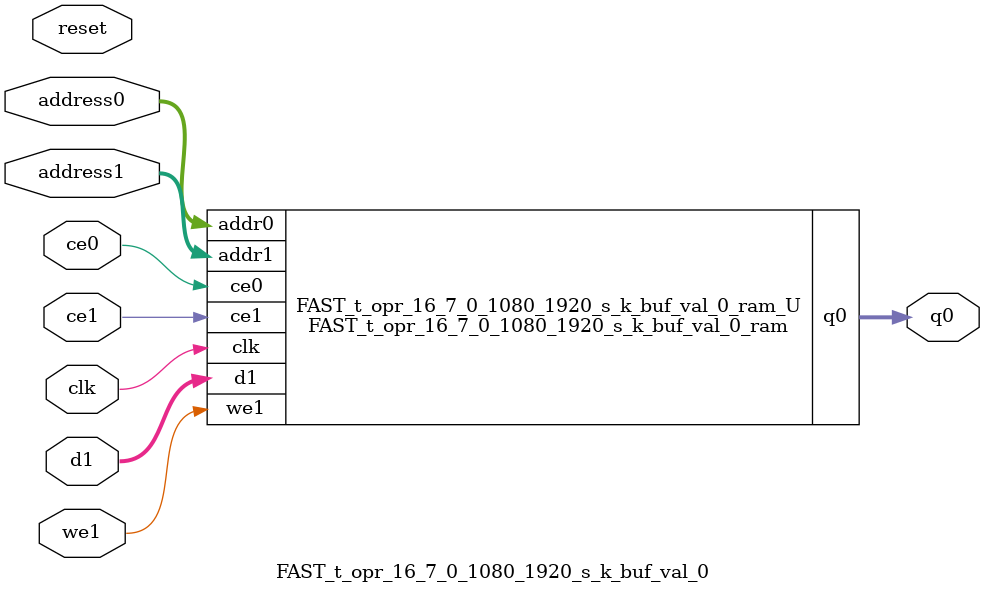
<source format=v>

`timescale 1 ns / 1 ps
module FAST_t_opr_16_7_0_1080_1920_s_k_buf_val_0_ram (addr0, ce0, q0, addr1, ce1, d1, we1,  clk);

parameter DWIDTH = 8;
parameter AWIDTH = 11;
parameter MEM_SIZE = 1920;

input[AWIDTH-1:0] addr0;
input ce0;
output reg[DWIDTH-1:0] q0;
input[AWIDTH-1:0] addr1;
input ce1;
input[DWIDTH-1:0] d1;
input we1;
input clk;

(* ram_style = "block" *)reg [DWIDTH-1:0] ram[MEM_SIZE-1:0];




always @(posedge clk)  
begin 
    if (ce0) 
    begin
            q0 <= ram[addr0];
    end
end


always @(posedge clk)  
begin 
    if (ce1) 
    begin
        if (we1) 
        begin 
            ram[addr1] <= d1; 
        end 
    end
end


endmodule


`timescale 1 ns / 1 ps
module FAST_t_opr_16_7_0_1080_1920_s_k_buf_val_0(
    reset,
    clk,
    address0,
    ce0,
    q0,
    address1,
    ce1,
    we1,
    d1);

parameter DataWidth = 32'd8;
parameter AddressRange = 32'd1920;
parameter AddressWidth = 32'd11;
input reset;
input clk;
input[AddressWidth - 1:0] address0;
input ce0;
output[DataWidth - 1:0] q0;
input[AddressWidth - 1:0] address1;
input ce1;
input we1;
input[DataWidth - 1:0] d1;




FAST_t_opr_16_7_0_1080_1920_s_k_buf_val_0_ram FAST_t_opr_16_7_0_1080_1920_s_k_buf_val_0_ram_U(
    .clk( clk ),
    .addr0( address0 ),
    .ce0( ce0 ),
    .q0( q0 ),
    .addr1( address1 ),
    .ce1( ce1 ),
    .d1( d1 ),
    .we1( we1 ));

endmodule


</source>
